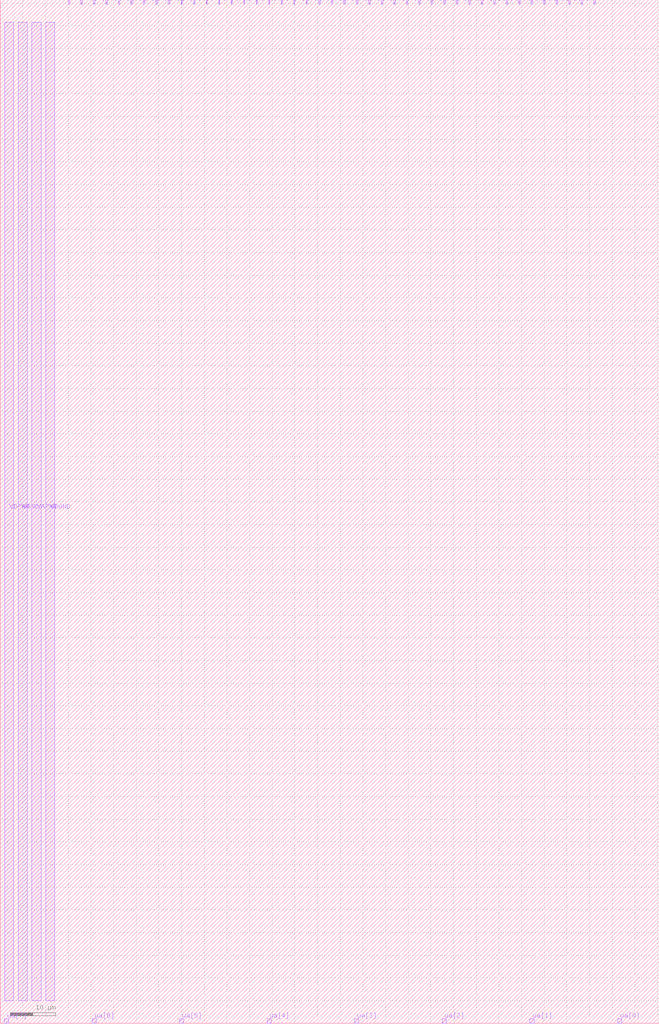
<source format=lef>
VERSION 5.7 ;
  NOWIREEXTENSIONATPIN ON ;
  DIVIDERCHAR "/" ;
  BUSBITCHARS "[]" ;
MACRO tt_um_gilangfajrul_BGR
  CLASS BLOCK ;
  FOREIGN tt_um_gilangfajrul_BGR ;
  ORIGIN 0.000 0.000 ;
  SIZE 145.360 BY 225.760 ;
  PIN clk
    DIRECTION INPUT ;
    USE SIGNAL ;
    PORT
      LAYER met4 ;
        RECT 128.190 224.760 128.490 225.760 ;
    END
  END clk
  PIN ena
    DIRECTION INPUT ;
    USE SIGNAL ;
    PORT
      LAYER met4 ;
        RECT 130.950 224.760 131.250 225.760 ;
    END
  END ena
  PIN rst_n
    DIRECTION INPUT ;
    USE SIGNAL ;
    PORT
      LAYER met4 ;
        RECT 125.430 224.760 125.730 225.760 ;
    END
  END rst_n
  PIN ua[0]
    DIRECTION INOUT ;
    USE SIGNAL ;
    PORT
      LAYER met4 ;
        RECT 136.170 0.000 137.070 1.000 ;
    END
  END ua[0]
  PIN ua[1]
    DIRECTION INOUT ;
    USE SIGNAL ;
    PORT
      LAYER met4 ;
        RECT 116.850 0.000 117.750 1.000 ;
    END
  END ua[1]
  PIN ua[2]
    DIRECTION INOUT ;
    USE SIGNAL ;
    PORT
      LAYER met4 ;
        RECT 97.530 0.000 98.430 1.000 ;
    END
  END ua[2]
  PIN ua[3]
    DIRECTION INOUT ;
    USE SIGNAL ;
    PORT
      LAYER met4 ;
        RECT 78.210 0.000 79.110 1.000 ;
    END
  END ua[3]
  PIN ua[4]
    DIRECTION INOUT ;
    USE SIGNAL ;
    PORT
      LAYER met4 ;
        RECT 58.890 0.000 59.790 1.000 ;
    END
  END ua[4]
  PIN ua[5]
    DIRECTION INOUT ;
    USE SIGNAL ;
    PORT
      LAYER met4 ;
        RECT 39.570 0.000 40.470 1.000 ;
    END
  END ua[5]
  PIN ua[6]
    DIRECTION INOUT ;
    USE SIGNAL ;
    PORT
      LAYER met4 ;
        RECT 20.250 0.000 21.150 1.000 ;
    END
  END ua[6]
  PIN ua[7]
    DIRECTION INOUT ;
    USE SIGNAL ;
    PORT
      LAYER met4 ;
        RECT 0.930 0.000 1.830 1.000 ;
    END
  END ua[7]
  PIN ui_in[0]
    DIRECTION INPUT ;
    USE SIGNAL ;
    PORT
      LAYER met4 ;
        RECT 122.670 224.760 122.970 225.760 ;
    END
  END ui_in[0]
  PIN ui_in[1]
    DIRECTION INPUT ;
    USE SIGNAL ;
    PORT
      LAYER met4 ;
        RECT 119.910 224.760 120.210 225.760 ;
    END
  END ui_in[1]
  PIN ui_in[2]
    DIRECTION INPUT ;
    USE SIGNAL ;
    PORT
      LAYER met4 ;
        RECT 117.150 224.760 117.450 225.760 ;
    END
  END ui_in[2]
  PIN ui_in[3]
    DIRECTION INPUT ;
    USE SIGNAL ;
    PORT
      LAYER met4 ;
        RECT 114.390 224.760 114.690 225.760 ;
    END
  END ui_in[3]
  PIN ui_in[4]
    DIRECTION INPUT ;
    USE SIGNAL ;
    PORT
      LAYER met4 ;
        RECT 111.630 224.760 111.930 225.760 ;
    END
  END ui_in[4]
  PIN ui_in[5]
    DIRECTION INPUT ;
    USE SIGNAL ;
    PORT
      LAYER met4 ;
        RECT 108.870 224.760 109.170 225.760 ;
    END
  END ui_in[5]
  PIN ui_in[6]
    DIRECTION INPUT ;
    USE SIGNAL ;
    PORT
      LAYER met4 ;
        RECT 106.110 224.760 106.410 225.760 ;
    END
  END ui_in[6]
  PIN ui_in[7]
    DIRECTION INPUT ;
    USE SIGNAL ;
    PORT
      LAYER met4 ;
        RECT 103.350 224.760 103.650 225.760 ;
    END
  END ui_in[7]
  PIN uio_in[0]
    DIRECTION INPUT ;
    USE SIGNAL ;
    PORT
      LAYER met4 ;
        RECT 100.590 224.760 100.890 225.760 ;
    END
  END uio_in[0]
  PIN uio_in[1]
    DIRECTION INPUT ;
    USE SIGNAL ;
    PORT
      LAYER met4 ;
        RECT 97.830 224.760 98.130 225.760 ;
    END
  END uio_in[1]
  PIN uio_in[2]
    DIRECTION INPUT ;
    USE SIGNAL ;
    PORT
      LAYER met4 ;
        RECT 95.070 224.760 95.370 225.760 ;
    END
  END uio_in[2]
  PIN uio_in[3]
    DIRECTION INPUT ;
    USE SIGNAL ;
    PORT
      LAYER met4 ;
        RECT 92.310 224.760 92.610 225.760 ;
    END
  END uio_in[3]
  PIN uio_in[4]
    DIRECTION INPUT ;
    USE SIGNAL ;
    PORT
      LAYER met4 ;
        RECT 89.550 224.760 89.850 225.760 ;
    END
  END uio_in[4]
  PIN uio_in[5]
    DIRECTION INPUT ;
    USE SIGNAL ;
    PORT
      LAYER met4 ;
        RECT 86.790 224.760 87.090 225.760 ;
    END
  END uio_in[5]
  PIN uio_in[6]
    DIRECTION INPUT ;
    USE SIGNAL ;
    PORT
      LAYER met4 ;
        RECT 84.030 224.760 84.330 225.760 ;
    END
  END uio_in[6]
  PIN uio_in[7]
    DIRECTION INPUT ;
    USE SIGNAL ;
    PORT
      LAYER met4 ;
        RECT 81.270 224.760 81.570 225.760 ;
    END
  END uio_in[7]
  PIN uio_oe[0]
    DIRECTION OUTPUT ;
    USE SIGNAL ;
    PORT
      LAYER met4 ;
        RECT 34.350 224.760 34.650 225.760 ;
    END
  END uio_oe[0]
  PIN uio_oe[1]
    DIRECTION OUTPUT ;
    USE SIGNAL ;
    PORT
      LAYER met4 ;
        RECT 31.590 224.760 31.890 225.760 ;
    END
  END uio_oe[1]
  PIN uio_oe[2]
    DIRECTION OUTPUT ;
    USE SIGNAL ;
    PORT
      LAYER met4 ;
        RECT 28.830 224.760 29.130 225.760 ;
    END
  END uio_oe[2]
  PIN uio_oe[3]
    DIRECTION OUTPUT ;
    USE SIGNAL ;
    PORT
      LAYER met4 ;
        RECT 26.070 224.760 26.370 225.760 ;
    END
  END uio_oe[3]
  PIN uio_oe[4]
    DIRECTION OUTPUT ;
    USE SIGNAL ;
    PORT
      LAYER met4 ;
        RECT 23.310 224.760 23.610 225.760 ;
    END
  END uio_oe[4]
  PIN uio_oe[5]
    DIRECTION OUTPUT ;
    USE SIGNAL ;
    PORT
      LAYER met4 ;
        RECT 20.550 224.760 20.850 225.760 ;
    END
  END uio_oe[5]
  PIN uio_oe[6]
    DIRECTION OUTPUT ;
    USE SIGNAL ;
    PORT
      LAYER met4 ;
        RECT 17.790 224.760 18.090 225.760 ;
    END
  END uio_oe[6]
  PIN uio_oe[7]
    DIRECTION OUTPUT ;
    USE SIGNAL ;
    PORT
      LAYER met4 ;
        RECT 15.030 224.760 15.330 225.760 ;
    END
  END uio_oe[7]
  PIN uio_out[0]
    DIRECTION OUTPUT ;
    USE SIGNAL ;
    PORT
      LAYER met4 ;
        RECT 56.430 224.760 56.730 225.760 ;
    END
  END uio_out[0]
  PIN uio_out[1]
    DIRECTION OUTPUT ;
    USE SIGNAL ;
    PORT
      LAYER met4 ;
        RECT 53.670 224.760 53.970 225.760 ;
    END
  END uio_out[1]
  PIN uio_out[2]
    DIRECTION OUTPUT ;
    USE SIGNAL ;
    PORT
      LAYER met4 ;
        RECT 50.910 224.760 51.210 225.760 ;
    END
  END uio_out[2]
  PIN uio_out[3]
    DIRECTION OUTPUT ;
    USE SIGNAL ;
    PORT
      LAYER met4 ;
        RECT 48.150 224.760 48.450 225.760 ;
    END
  END uio_out[3]
  PIN uio_out[4]
    DIRECTION OUTPUT ;
    USE SIGNAL ;
    PORT
      LAYER met4 ;
        RECT 45.390 224.760 45.690 225.760 ;
    END
  END uio_out[4]
  PIN uio_out[5]
    DIRECTION OUTPUT ;
    USE SIGNAL ;
    PORT
      LAYER met4 ;
        RECT 42.630 224.760 42.930 225.760 ;
    END
  END uio_out[5]
  PIN uio_out[6]
    DIRECTION OUTPUT ;
    USE SIGNAL ;
    PORT
      LAYER met4 ;
        RECT 39.870 224.760 40.170 225.760 ;
    END
  END uio_out[6]
  PIN uio_out[7]
    DIRECTION OUTPUT ;
    USE SIGNAL ;
    PORT
      LAYER met4 ;
        RECT 37.110 224.760 37.410 225.760 ;
    END
  END uio_out[7]
  PIN uo_out[0]
    DIRECTION OUTPUT ;
    USE SIGNAL ;
    PORT
      LAYER met4 ;
        RECT 78.510 224.760 78.810 225.760 ;
    END
  END uo_out[0]
  PIN uo_out[1]
    DIRECTION OUTPUT ;
    USE SIGNAL ;
    PORT
      LAYER met4 ;
        RECT 75.750 224.760 76.050 225.760 ;
    END
  END uo_out[1]
  PIN uo_out[2]
    DIRECTION OUTPUT ;
    USE SIGNAL ;
    PORT
      LAYER met4 ;
        RECT 72.990 224.760 73.290 225.760 ;
    END
  END uo_out[2]
  PIN uo_out[3]
    DIRECTION OUTPUT ;
    USE SIGNAL ;
    PORT
      LAYER met4 ;
        RECT 70.230 224.760 70.530 225.760 ;
    END
  END uo_out[3]
  PIN uo_out[4]
    DIRECTION OUTPUT ;
    USE SIGNAL ;
    PORT
      LAYER met4 ;
        RECT 67.470 224.760 67.770 225.760 ;
    END
  END uo_out[4]
  PIN uo_out[5]
    DIRECTION OUTPUT ;
    USE SIGNAL ;
    PORT
      LAYER met4 ;
        RECT 64.710 224.760 65.010 225.760 ;
    END
  END uo_out[5]
  PIN uo_out[6]
    DIRECTION OUTPUT ;
    USE SIGNAL ;
    PORT
      LAYER met4 ;
        RECT 61.950 224.760 62.250 225.760 ;
    END
  END uo_out[6]
  PIN uo_out[7]
    DIRECTION OUTPUT ;
    USE SIGNAL ;
    PORT
      LAYER met4 ;
        RECT 59.190 224.760 59.490 225.760 ;
    END
  END uo_out[7]
  PIN VDPWR
    DIRECTION INOUT ;
    USE POWER ;
    PORT
      LAYER met4 ;
        RECT 1.000 5.000 3.000 220.760 ;
    END
  END VDPWR
  PIN VGND
    DIRECTION INOUT ;
    USE GROUND ;
    PORT
      LAYER met4 ;
        RECT 4.000 5.000 6.000 220.760 ;
    END
  END VGND
  PIN VDGND
    DIRECTION INOUT ;
    USE POWER ;
    PORT
      LAYER met4 ;
        RECT 10.000 5.000 12.000 220.760 ;
    END
  END VDGND
  PIN VAPWR
    DIRECTION INOUT ;
    USE POWER ;
    PORT
      LAYER met4 ;
        RECT 7.000 5.000 9.000 220.760 ;
    END
  END VAPWR
END tt_um_gilangfajrul_BGR
END LIBRARY


</source>
